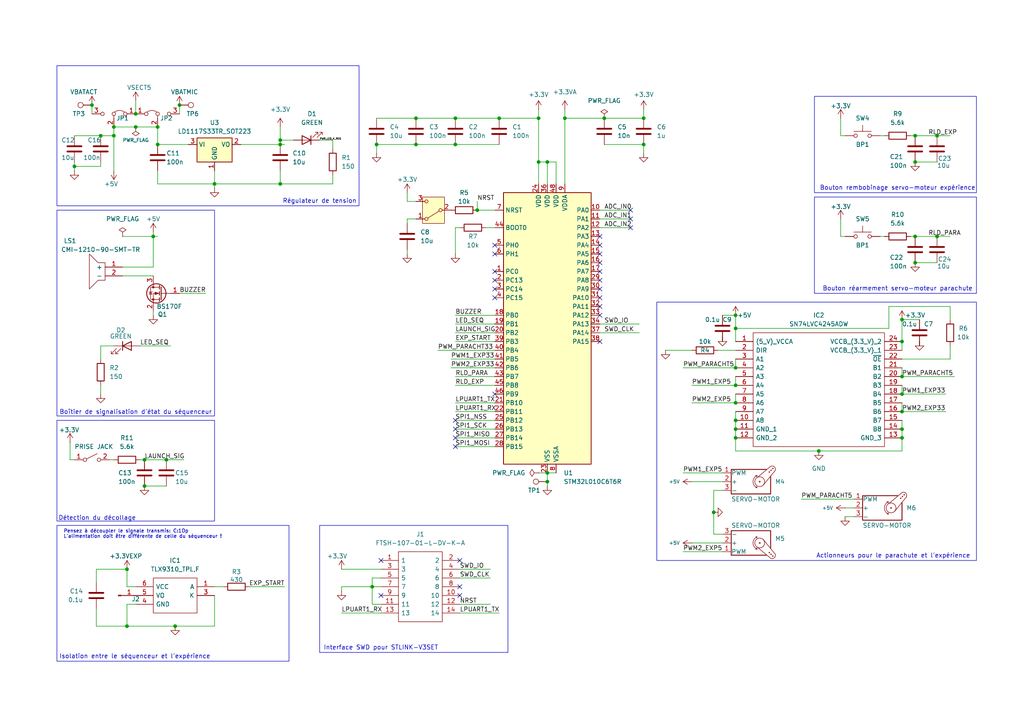
<source format=kicad_sch>
(kicad_sch (version 20231120) (generator "eeschema") (generator_version "8.0")
  (paper "A4")
  (title_block (title "Séquenceur ISABELLE") (date "2025-01-17"))
  (junction (at 120.65 41.91))
  (junction (at 213.36 91.44))
  (junction (at 261.62 119.38))
  (junction (at 52.07 30.48))
  (junction (at 265.43 46.99))
  (junction (at 107.95 170.18))
  (junction (at 44.45 68.58))
  (junction (at 132.08 41.91))
  (junction (at 186.69 41.91))
  (junction (at 213.36 111.76))
  (junction (at 36.83 181.61))
  (junction (at 158.75 46.99))
  (junction (at 156.21 34.29))
  (junction (at 213.36 127))
  (junction (at 175.26 34.29))
  (junction (at 81.28 53.34))
  (junction (at 120.65 34.29))
  (junction (at 41.91 133.35))
  (junction (at 81.28 40.64))
  (junction (at 213.36 124.46))
  (junction (at 213.36 106.68))
  (junction (at 33.02 39.37))
  (junction (at 138.43 60.96))
  (junction (at 29.21 39.37))
  (junction (at 186.69 34.29))
  (junction (at 265.43 68.58))
  (junction (at 261.62 109.22))
  (junction (at 261.62 99.06))
  (junction (at 45.72 41.91))
  (junction (at 45.72 36.83))
  (junction (at 62.23 53.34))
  (junction (at 132.08 34.29))
  (junction (at 163.83 34.29))
  (junction (at 156.21 46.99))
  (junction (at 261.62 92.71))
  (junction (at 26.67 30.48))
  (junction (at 261.62 124.46))
  (junction (at 39.37 36.83))
  (junction (at 36.83 165.1))
  (junction (at 261.62 114.3))
  (junction (at 271.78 39.37))
  (junction (at 48.26 133.35))
  (junction (at 158.75 137.16))
  (junction (at 39.37 33.02))
  (junction (at 237.49 130.81))
  (junction (at 265.43 39.37))
  (junction (at 265.43 76.2))
  (junction (at 33.02 36.83))
  (junction (at 41.91 140.97))
  (junction (at 213.36 116.84))
  (junction (at 213.36 95.25))
  (junction (at 271.78 68.58))
  (junction (at 50.8 181.61))
  (junction (at 109.22 41.91))
  (junction (at 21.59 48.26))
  (junction (at 144.78 34.29))
  (junction (at 207.01 148.59))
  (junction (at 158.75 139.7))
  (junction (at 213.36 121.92))
  (junction (at 81.28 41.91))
  (junction (at 261.62 127))
  (no_connect (at 173.99 68.58))
  (no_connect (at 132.08 127))
  (no_connect (at 173.99 99.06))
  (no_connect (at 182.88 66.04))
  (no_connect (at 133.35 162.56))
  (no_connect (at 133.35 172.72))
  (no_connect (at 182.88 60.96))
  (no_connect (at 132.08 121.92))
  (no_connect (at 133.35 170.18))
  (no_connect (at 132.08 124.46))
  (no_connect (at 173.99 86.36))
  (no_connect (at 173.99 71.12))
  (no_connect (at 143.51 114.3))
  (no_connect (at 173.99 91.44))
  (no_connect (at 173.99 78.74))
  (no_connect (at 143.51 78.74))
  (no_connect (at 110.49 162.56))
  (no_connect (at 143.51 86.36))
  (no_connect (at 182.88 63.5))
  (no_connect (at 173.99 81.28))
  (no_connect (at 143.51 83.82))
  (no_connect (at 173.99 73.66))
  (no_connect (at 143.51 73.66))
  (no_connect (at 143.51 71.12))
  (no_connect (at 173.99 83.82))
  (no_connect (at 173.99 76.2))
  (no_connect (at 132.08 129.54))
  (no_connect (at 143.51 81.28))
  (no_connect (at 110.49 172.72))
  (no_connect (at 173.99 88.9))
  (wire (pts (xy 81.28 40.64) (xy 85.09 40.64)))
  (wire (pts (xy 132.08 124.46) (xy 143.51 124.46)))
  (wire (pts (xy 45.72 49.53) (xy 45.72 53.34)))
  (wire (pts (xy 39.37 36.83) (xy 33.02 36.83)))
  (wire (pts (xy 207.01 148.59) (xy 207.01 154.94)))
  (wire (pts (xy 29.21 111.76) (xy 29.21 114.3)))
  (wire (pts (xy 163.83 34.29) (xy 163.83 53.34)))
  (wire (pts (xy 127 101.6) (xy 143.51 101.6)))
  (wire (pts (xy 193.04 101.6) (xy 200.66 101.6)))
  (wire (pts (xy 261.62 127) (xy 261.62 124.46)))
  (wire (pts (xy 36.83 165.1) (xy 36.83 170.18)))
  (wire (pts (xy 161.29 46.99) (xy 158.75 46.99)))
  (wire (pts (xy 132.08 66.04) (xy 133.35 66.04)))
  (wire (pts (xy 261.62 130.81) (xy 261.62 127)))
  (wire (pts (xy 132.08 127) (xy 143.51 127)))
  (wire (pts (xy 264.16 68.58) (xy 265.43 68.58)))
  (wire (pts (xy 198.12 160.02) (xy 209.55 160.02)))
  (wire (pts (xy 133.35 175.26) (xy 142.24 175.26)))
  (wire (pts (xy 255.27 39.37) (xy 256.54 39.37)))
  (wire (pts (xy 29.21 104.14) (xy 29.21 100.33)))
  (wire (pts (xy 62.23 170.18) (xy 64.77 170.18)))
  (wire (pts (xy 132.08 96.52) (xy 143.51 96.52)))
  (wire (pts (xy 140.97 66.04) (xy 143.51 66.04)))
  (wire (pts (xy 144.78 41.91) (xy 132.08 41.91)))
  (wire (pts (xy 243.84 34.29) (xy 243.84 39.37)))
  (wire (pts (xy 213.36 116.84) (xy 213.36 114.3)))
  (wire (pts (xy 213.36 119.38) (xy 213.36 121.92)))
  (wire (pts (xy 213.36 95.25) (xy 213.36 99.06)))
  (wire (pts (xy 161.29 46.99) (xy 161.29 53.34)))
  (wire (pts (xy 138.43 60.96) (xy 143.51 60.96)))
  (wire (pts (xy 133.35 165.1) (xy 142.24 165.1)))
  (wire (pts (xy 110.49 177.8) (xy 99.06 177.8)))
  (wire (pts (xy 156.21 34.29) (xy 144.78 34.29)))
  (wire (pts (xy 163.83 31.75) (xy 163.83 34.29)))
  (wire (pts (xy 186.69 31.75) (xy 186.69 34.29)))
  (wire (pts (xy 264.16 39.37) (xy 265.43 39.37)))
  (wire (pts (xy 29.21 46.99) (xy 29.21 48.26)))
  (wire (pts (xy 118.11 63.5) (xy 120.65 63.5)))
  (wire (pts (xy 132.08 66.04) (xy 132.08 73.66)))
  (wire (pts (xy 173.99 60.96) (xy 182.88 60.96)))
  (wire (pts (xy 107.95 175.26) (xy 107.95 170.18)))
  (wire (pts (xy 209.55 91.44) (xy 213.36 91.44)))
  (wire (pts (xy 158.75 140.97) (xy 158.75 139.7)))
  (wire (pts (xy 29.21 100.33) (xy 33.02 100.33)))
  (wire (pts (xy 29.21 48.26) (xy 21.59 48.26)))
  (wire (pts (xy 99.06 170.18) (xy 99.06 171.45)))
  (wire (pts (xy 257.81 88.9) (xy 275.59 88.9)))
  (wire (pts (xy 110.49 170.18) (xy 107.95 170.18)))
  (wire (pts (xy 265.43 46.99) (xy 271.78 46.99)))
  (wire (pts (xy 54.61 41.91) (xy 45.72 41.91)))
  (wire (pts (xy 62.23 49.53) (xy 62.23 53.34)))
  (wire (pts (xy 27.94 165.1) (xy 36.83 165.1)))
  (wire (pts (xy 20.32 133.35) (xy 20.32 128.27)))
  (wire (pts (xy 39.37 175.26) (xy 36.83 175.26)))
  (wire (pts (xy 133.35 167.64) (xy 142.24 167.64)))
  (wire (pts (xy 118.11 58.42) (xy 120.65 58.42)))
  (wire (pts (xy 109.22 44.45) (xy 109.22 41.91)))
  (wire (pts (xy 245.11 149.86) (xy 247.65 149.86)))
  (wire (pts (xy 271.78 39.37) (xy 275.59 39.37)))
  (wire (pts (xy 62.23 181.61) (xy 50.8 181.61)))
  (wire (pts (xy 69.85 41.91) (xy 81.28 41.91)))
  (wire (pts (xy 110.49 167.64) (xy 107.95 167.64)))
  (wire (pts (xy 158.75 46.99) (xy 158.75 53.34)))
  (wire (pts (xy 110.49 175.26) (xy 107.95 175.26)))
  (wire (pts (xy 275.59 92.71) (xy 275.59 88.9)))
  (wire (pts (xy 200.66 139.7) (xy 209.55 139.7)))
  (wire (pts (xy 44.45 91.44) (xy 44.45 90.17)))
  (wire (pts (xy 120.65 34.29) (xy 109.22 34.29)))
  (wire (pts (xy 245.11 39.37) (xy 243.84 39.37)))
  (wire (pts (xy 82.55 41.91) (xy 81.28 41.91)))
  (wire (pts (xy 21.59 46.99) (xy 21.59 48.26)))
  (wire (pts (xy 261.62 124.46) (xy 261.62 121.92)))
  (wire (pts (xy 52.07 85.09) (xy 59.69 85.09)))
  (wire (pts (xy 213.36 106.68) (xy 213.36 104.14)))
  (wire (pts (xy 200.66 157.48) (xy 209.55 157.48)))
  (wire (pts (xy 81.28 36.83) (xy 81.28 40.64)))
  (wire (pts (xy 209.55 97.79) (xy 209.55 99.06)))
  (wire (pts (xy 243.84 63.5) (xy 243.84 68.58)))
  (wire (pts (xy 261.62 109.22) (xy 261.62 106.68)))
  (wire (pts (xy 158.75 137.16) (xy 161.29 137.16)))
  (wire (pts (xy 213.36 130.81) (xy 237.49 130.81)))
  (wire (pts (xy 41.91 133.35) (xy 40.64 133.35)))
  (wire (pts (xy 213.36 91.44) (xy 213.36 95.25)))
  (wire (pts (xy 20.32 133.35) (xy 21.59 133.35)))
  (wire (pts (xy 261.62 114.3) (xy 261.62 111.76)))
  (wire (pts (xy 21.59 39.37) (xy 29.21 39.37)))
  (wire (pts (xy 35.56 80.01) (xy 44.45 80.01)))
  (wire (pts (xy 261.62 114.3) (xy 274.32 114.3)))
  (wire (pts (xy 45.72 53.34) (xy 62.23 53.34)))
  (wire (pts (xy 44.45 67.31) (xy 44.45 68.58)))
  (wire (pts (xy 156.21 31.75) (xy 156.21 34.29)))
  (wire (pts (xy 261.62 119.38) (xy 274.32 119.38)))
  (wire (pts (xy 40.64 100.33) (xy 49.53 100.33)))
  (wire (pts (xy 213.36 121.92) (xy 213.36 124.46)))
  (wire (pts (xy 213.36 127) (xy 213.36 130.81)))
  (wire (pts (xy 257.81 95.25) (xy 257.81 88.9)))
  (wire (pts (xy 138.43 58.42) (xy 138.43 60.96)))
  (wire (pts (xy 186.69 44.45) (xy 186.69 41.91)))
  (wire (pts (xy 265.43 76.2) (xy 271.78 76.2)))
  (wire (pts (xy 132.08 41.91) (xy 120.65 41.91)))
  (wire (pts (xy 27.94 176.53) (xy 27.94 181.61)))
  (wire (pts (xy 173.99 63.5) (xy 182.88 63.5)))
  (wire (pts (xy 27.94 181.61) (xy 36.83 181.61)))
  (wire (pts (xy 275.59 104.14) (xy 275.59 100.33)))
  (wire (pts (xy 62.23 172.72) (xy 62.23 181.61)))
  (wire (pts (xy 266.7 99.06) (xy 266.7 100.33)))
  (wire (pts (xy 26.67 30.48) (xy 26.67 33.02)))
  (wire (pts (xy 173.99 66.04) (xy 182.88 66.04)))
  (wire (pts (xy 99.06 165.1) (xy 110.49 165.1)))
  (wire (pts (xy 143.51 109.22) (xy 132.08 109.22)))
  (wire (pts (xy 265.43 39.37) (xy 271.78 39.37)))
  (wire (pts (xy 173.99 93.98) (xy 185.42 93.98)))
  (wire (pts (xy 232.41 144.78) (xy 247.65 144.78)))
  (wire (pts (xy 156.21 34.29) (xy 156.21 46.99)))
  (wire (pts (xy 118.11 63.5) (xy 118.11 64.77)))
  (wire (pts (xy 82.55 170.18) (xy 72.39 170.18)))
  (wire (pts (xy 261.62 92.71) (xy 261.62 99.06)))
  (wire (pts (xy 207.01 142.24) (xy 209.55 142.24)))
  (wire (pts (xy 207.01 142.24) (xy 207.01 148.59)))
  (wire (pts (xy 132.08 129.54) (xy 143.51 129.54)))
  (wire (pts (xy 45.72 36.83) (xy 45.72 41.91)))
  (wire (pts (xy 52.07 30.48) (xy 52.07 33.02)))
  (wire (pts (xy 107.95 167.64) (xy 107.95 170.18)))
  (wire (pts (xy 39.37 170.18) (xy 36.83 170.18)))
  (wire (pts (xy 81.28 40.64) (xy 81.28 41.91)))
  (wire (pts (xy 175.26 34.29) (xy 186.69 34.29)))
  (wire (pts (xy 130.81 104.14) (xy 143.51 104.14)))
  (wire (pts (xy 200.66 116.84) (xy 213.36 116.84)))
  (wire (pts (xy 120.65 41.91) (xy 109.22 41.91)))
  (wire (pts (xy 198.12 106.68) (xy 213.36 106.68)))
  (wire (pts (xy 81.28 53.34) (xy 96.52 53.34)))
  (wire (pts (xy 237.49 130.81) (xy 261.62 130.81)))
  (wire (pts (xy 261.62 101.6) (xy 261.62 99.06)))
  (wire (pts (xy 143.51 111.76) (xy 132.08 111.76)))
  (wire (pts (xy 41.91 140.97) (xy 48.26 140.97)))
  (wire (pts (xy 261.62 119.38) (xy 261.62 116.84)))
  (wire (pts (xy 213.36 111.76) (xy 213.36 109.22)))
  (wire (pts (xy 245.11 68.58) (xy 243.84 68.58)))
  (wire (pts (xy 207.01 154.94) (xy 209.55 154.94)))
  (wire (pts (xy 118.11 72.39) (xy 118.11 73.66)))
  (wire (pts (xy 36.83 175.26) (xy 36.83 181.61)))
  (wire (pts (xy 62.23 53.34) (xy 81.28 53.34)))
  (wire (pts (xy 132.08 34.29) (xy 120.65 34.29)))
  (wire (pts (xy 132.08 91.44) (xy 143.51 91.44)))
  (wire (pts (xy 107.95 170.18) (xy 99.06 170.18)))
  (wire (pts (xy 156.21 46.99) (xy 156.21 53.34)))
  (wire (pts (xy 33.02 39.37) (xy 33.02 49.53)))
  (wire (pts (xy 81.28 49.53) (xy 81.28 53.34)))
  (wire (pts (xy 27.94 168.91) (xy 27.94 165.1)))
  (wire (pts (xy 45.72 68.58) (xy 44.45 68.58)))
  (wire (pts (xy 118.11 55.88) (xy 118.11 58.42)))
  (wire (pts (xy 173.99 96.52) (xy 185.42 96.52)))
  (wire (pts (xy 158.75 137.16) (xy 158.75 139.7)))
  (wire (pts (xy 143.51 119.38) (xy 132.08 119.38)))
  (wire (pts (xy 266.7 92.71) (xy 261.62 92.71)))
  (wire (pts (xy 213.36 101.6) (xy 208.28 101.6)))
  (wire (pts (xy 275.59 104.14) (xy 261.62 104.14)))
  (wire (pts (xy 96.52 53.34) (xy 96.52 50.8)))
  (wire (pts (xy 245.11 147.32) (xy 247.65 147.32)))
  (wire (pts (xy 29.21 39.37) (xy 33.02 39.37)))
  (wire (pts (xy 200.66 111.76) (xy 213.36 111.76)))
  (wire (pts (xy 39.37 29.21) (xy 39.37 33.02)))
  (wire (pts (xy 44.45 68.58) (xy 44.45 77.47)))
  (wire (pts (xy 175.26 41.91) (xy 186.69 41.91)))
  (wire (pts (xy 156.21 137.16) (xy 158.75 137.16)))
  (wire (pts (xy 143.51 116.84) (xy 132.08 116.84)))
  (wire (pts (xy 271.78 68.58) (xy 275.59 68.58)))
  (wire (pts (xy 48.26 133.35) (xy 53.34 133.35)))
  (wire (pts (xy 255.27 68.58) (xy 256.54 68.58)))
  (wire (pts (xy 133.35 177.8) (xy 144.78 177.8)))
  (wire (pts (xy 92.71 40.64) (xy 96.52 40.64)))
  (wire (pts (xy 158.75 46.99) (xy 156.21 46.99)))
  (wire (pts (xy 132.08 93.98) (xy 143.51 93.98)))
  (wire (pts (xy 35.56 68.58) (xy 44.45 68.58)))
  (wire (pts (xy 130.81 106.68) (xy 143.51 106.68)))
  (wire (pts (xy 163.83 34.29) (xy 175.26 34.29)))
  (wire (pts (xy 265.43 68.58) (xy 271.78 68.58)))
  (wire (pts (xy 33.02 133.35) (xy 31.75 133.35)))
  (wire (pts (xy 96.52 40.64) (xy 96.52 43.18)))
  (wire (pts (xy 213.36 95.25) (xy 257.81 95.25)))
  (wire (pts (xy 33.02 36.83) (xy 33.02 39.37)))
  (wire (pts (xy 213.36 124.46) (xy 213.36 127)))
  (wire (pts (xy 62.23 53.34) (xy 62.23 54.61)))
  (wire (pts (xy 198.12 137.16) (xy 209.55 137.16)))
  (wire (pts (xy 261.62 109.22) (xy 276.86 109.22)))
  (wire (pts (xy 132.08 99.06) (xy 143.51 99.06)))
  (wire (pts (xy 35.56 77.47) (xy 44.45 77.47)))
  (wire (pts (xy 36.83 181.61) (xy 50.8 181.61)))
  (wire (pts (xy 21.59 48.26) (xy 21.59 49.53)))
  (wire (pts (xy 132.08 121.92) (xy 143.51 121.92)))
  (wire (pts (xy 39.37 36.83) (xy 45.72 36.83)))
  (wire (pts (xy 144.78 34.29) (xy 132.08 34.29)))
  (wire (pts (xy 41.91 133.35) (xy 48.26 133.35)))
  (rectangle (start 16.51 121.92) (end 62.23 151.13))
  (rectangle (start 236.22 57.15) (end 283.21 85.09))
  (rectangle (start 92.71 152.4) (end 147.32 189.23))
  (rectangle (start 190.5 87.63) (end 283.21 162.56))
  (rectangle (start 16.51 152.4) (end 83.82 191.77))
  (rectangle (start 16.51 60.96) (end 62.23 120.65))
  (rectangle (start 236.22 27.94) (end 283.21 55.88))
  (rectangle (start 16.51 19.05) (end 104.14 59.69))
  (text "Régulateur de tension" (at 92.71 58.42 0) (effects (font (size 1.27 1.27))))
  (text "Actionneurs pour le parachute et l'expérience\n" (at 259.08 161.29 0) (effects (font (size 1.27 1.27))))
  (text "Bouton réarmement servo-moteur parachute" (at 260.35 83.82 0) (effects (font (size 1.27 1.27))))
  (text "L'alimentation doit être différente de celle du séquenceur !" (at 41.402 155.702 0) (effects (font (size 1 1))))
  (text "Boîtier de signalisation d'état du séquenceur\n" (at 39.37 119.634 0) (effects (font (size 1.27 1.27))))
  (text "Interface SWD pour STLINK-V3SET\n" (at 110.49 187.96 0) (effects (font (size 1.27 1.27))))
  (text "Détection du décollage" (at 28.194 150.368 0) (effects (font (size 1.27 1.27))))
  (text "Isolation entre le séquenceur et l'expérience" (at 39.116 190.5 0) (effects (font (size 1.27 1.27))))
  (text "Bouton rembobinage servo-moteur expérience" (at 260.35 54.61 0) (effects (font (size 1.27 1.27))))
  (text "Pensez à découpler le signale transmis: C:1Op" (at 36.576 154.178 0) (effects (font (size 1 1))))
  (label "PWM2_EXP5" (at 198.12 160.02 0))
  (label "EXP_START" (at 132.08 99.06 0))
  (label "RLD_PARA" (at 132.08 109.22 0))
  (label "BUZZER" (at 132.08 91.44 0))
  (label "SPI1_SCK" (at 132.08 124.46 0))
  (label "SPI1_NSS" (at 132.08 121.92 0))
  (label "PWM2_EXP33" (at 261.62 119.38 0))
  (label "SWD_CLK" (at 175.26 96.52 0))
  (label "PWM_PARACHT5" (at 232.41 144.78 0))
  (label "LED_SEQ" (at 40.64 100.33 0))
  (label "BUZZER" (at 52.07 85.09 0))
  (label "NRST" (at 133.35 175.26 0))
  (label "SWD_IO" (at 133.35 165.1 0))
  (label "PWM1_EXP5" (at 200.66 111.76 0))
  (label "PWM_PARACHT33" (at 127 101.6 0))
  (label "PWR_LED_K_REG" (at 92.71 40.64 0) (effects (font (size 0.508 0.508))))
  (label "RLD_EXP" (at 132.08 111.76 0))
  (label "LPUART1_RX" (at 132.08 119.38 0))
  (label "LAUNCH_SIG" (at 41.91 133.35 0))
  (label "SWD_CLK" (at 133.35 167.64 0))
  (label "LED_SEQ" (at 132.08 93.98 0))
  (label "PWM1_EXP33" (at 130.81 104.14 0))
  (label "PWM_PARACHT5" (at 261.62 109.22 0))
  (label "RLD_EXP" (at 269.24 39.37 0))
  (label "SPI1_MISO" (at 132.08 127 0))
  (label "PWM2_EXP5" (at 200.66 116.84 0))
  (label "ADC_IN1" (at 175.26 63.5 0))
  (label "PWM_PARACHT5" (at 198.12 106.68 0))
  (label "SWD_IO" (at 175.26 93.98 0))
  (label "PWM2_EXP33" (at 130.81 106.68 0))
  (label "LPUART1_RX" (at 99.06 177.8 0))
  (label "LPUART1_TX" (at 133.35 177.8 0))
  (label "LPUART1_TX" (at 132.08 116.84 0))
  (label "ADC_IN2" (at 175.26 66.04 0))
  (label "ADC_IN0" (at 175.26 60.96 0))
  (label "EXP_START" (at 82.55 170.18 180))
  (label "PWM1_EXP33" (at 261.62 114.3 0))
  (label "PWM1_EXP5" (at 198.12 137.16 0))
  (label "NRST" (at 138.43 58.42 0))
  (label "SPI1_MOSI" (at 132.08 129.54 0))
  (label "RLD_PARA" (at 269.24 68.58 0))
  (label "LAUNCH_SIG" (at 132.08 96.52 0))
  (symbol (lib_id "Motor:Motor_Servo") (at 255.27 147.32 0) (unit 1)
    (property "Reference" "M6" (at 262.89 147.32 0) (effects (justify left)))
    (property "Value" "SERVO-MOTOR" (at 250.19 152.4 0) (effects (justify left)))
    (property "Footprint" "Connector_PinHeader_2.54mm:PinHeader_1x03_P2.54mm_Vertical" (effects (hide yes)))
    (property "Datasheet" "http://forums.parallax.com/uploads/attachments/46831/74481.png" (effects (hide yes)))
    (property "Description" "Servo Motor (Futaba, HiTec, JR connector)" (effects (hide yes)))
  )
  (symbol (lib_id "power:GND") (at 245.11 149.86 0) (unit 1)
    (property "Reference" "#PWR047" (effects (hide yes)))
    (property "Value" "GND" (effects (hide yes)))
    (property "Description" "Power symbol creates a global label with name \"GND\" , ground" (effects (hide yes)))
  )
  (symbol (lib_id "power:GND") (at 62.23 54.61 0) (unit 1)
    (property "Reference" "#PWR012" (effects (hide yes)))
    (property "Value" "GND" (effects (hide yes)))
    (property "Description" "Power symbol creates a global label with name \"GND\" , ground" (effects (hide yes)))
  )
  (symbol (lib_id "Device:C") (at 271.78 43.18 0) (unit 1)
    (property "Reference" "C23" (at 272.034 45.974 0) (effects (justify left)))
    (property "Value" "10u" (at 271.78 48.006 0) (effects (justify left)))
    (property "Footprint" "Capacitor_SMD:C_0805_2012Metric" (effects (hide yes)))
    (property "Description" "Unpolarized capacitor" (effects (hide yes)))
  )
  (symbol (lib_id "power:GND") (at 237.49 130.81 0) (unit 1)
    (property "Reference" "#PWR026" (effects (hide yes)))
    (property "Value" "GND" (at 237.49 135.89 0))
    (property "Description" "Power symbol creates a global label with name \"GND\" , ground" (effects (hide yes)))
  )
  (symbol (lib_id "power:+5V") (at 200.66 157.48 90) (unit 1)
    (property "Reference" "#PWR045" (effects (hide yes)))
    (property "Value" "+5V" (at 195.58 157.48 90) (effects (font (size 1 1))))
    (property "Description" "Power symbol creates a global label with name \"+5V\"" (effects (hide yes)))
  )
  (symbol (lib_id "Device:LED") (at 88.9 40.64 180) (unit 1)
    (property "Reference" "D1" (at 90.4875 33.02 0))
    (property "Value" "GREEN" (at 90.4875 35.56 0))
    (property "Footprint" "LED_SMD:LED_0805_2012Metric" (effects (hide yes)))
    (property "Description" "Light emitting diode" (effects (hide yes)))
  )
  (symbol (lib_id "power:+3.3V") (at 118.11 55.88 0) (unit 1)
    (property "Reference" "#PWR09" (effects (hide yes)))
    (property "Value" "+3.3V" (at 118.11 52.07 0))
    (property "Description" "Power symbol creates a global label with name \"+3.3V\"" (effects (hide yes)))
  )
  (symbol (lib_id "power:PWR_FLAG") (at 156.21 137.16 90) (unit 1)
    (property "Reference" "#FLG03" (effects (hide yes)))
    (property "Value" "PWR_FLAG" (at 152.4 137.1599 90) (effects (justify left)))
    (property "Description" "Special symbol for telling ERC where power comes from" (effects (hide yes)))
  )
  (symbol (lib_id "Device:C") (at 209.55 95.25 0) (unit 1)
    (property "Reference" "C9" (at 209.55 92.71 0) (effects (justify left)))
    (property "Value" "0.1u" (at 204.47 92.71 0) (effects (justify left)))
    (property "Footprint" "Capacitor_SMD:C_0805_2012Metric" (effects (hide yes)))
    (property "Description" "Unpolarized capacitor" (effects (hide yes)))
  )
  (symbol (lib_id "power:+3.3V") (at 20.32 128.27 0) (unit 1)
    (property "Reference" "#PWR018" (effects (hide yes)))
    (property "Value" "+3.3V" (at 20.066 124.714 0))
    (property "Description" "Power symbol creates a global label with name \"+3.3V\"" (effects (hide yes)))
  )
  (symbol (lib_id "Device:LED") (at 36.83 100.33 0) (unit 1)
    (property "Reference" "D2" (at 35.052 95.758 0))
    (property "Value" "GREEN" (at 35.052 97.536 0))
    (property "Footprint" "LED_SMD:LED_0805_2012Metric" (effects (hide yes)))
    (property "Description" "Light emitting diode" (effects (hide yes)))
  )
  (symbol (lib_id "MCU_ST_STM32L0:STM32L010C6Tx") (at 158.75 96.52 0) (unit 1)
    (property "Reference" "U1" (at 163.4841 137.16 0) (effects (justify left)))
    (property "Value" "STM32L010C6T6R" (at 163.4841 139.7 0) (effects (justify left)))
    (property "Footprint" "Package_QFP:LQFP-48_7x7mm_P0.5mm" (effects (hide yes)))
    (property "Datasheet" "https://www.st.com/resource/en/datasheet/stm32l010c6.pdf" (effects (hide yes)))
    (property "Description" "STMicroelectronics Arm Cortex-M0+ MCU, 32KB flash, 8KB RAM, 32 MHz, 1.8-3.6V, 38 GPIO, LQFP48" (effects (hide yes)))
  )
  (symbol (lib_id "Device:C") (at 265.43 43.18 0) (unit 1)
    (property "Reference" "C21" (at 258.064 45.466 0) (effects (justify left)))
    (property "Value" "100n" (at 258.064 48.006 0) (effects (justify left)))
    (property "Footprint" "Capacitor_SMD:C_0805_2012Metric" (effects (hide yes)))
    (property "Description" "Unpolarized capacitor" (effects (hide yes)))
  )
  (symbol (lib_id "Device:C") (at 120.65 38.1 0) (unit 1)
    (property "Reference" "C3" (at 124.46 36.8299 0) (effects (justify left)))
    (property "Value" "100n" (at 124.46 39.3699 0) (effects (justify left)))
    (property "Footprint" "Capacitor_SMD:C_0805_2012Metric" (effects (hide yes)))
    (property "Description" "Unpolarized capacitor" (effects (hide yes)))
  )
  (symbol (lib_id "power:+3.3V") (at 26.67 30.48 0) (unit 1)
    (property "Reference" "#PWR039" (effects (hide yes)))
    (property "Value" "VBATACT" (at 20.32 26.67 0) (effects (justify left)))
    (property "Description" "Power symbol creates a global label with name \"+3.3V\"" (effects (hide yes)))
  )
  (symbol (lib_id "Device:R") (at 36.83 133.35 90) (unit 1)
    (property "Reference" "R11" (at 36.83 127 90))
    (property "Value" "5.6k" (at 36.83 129.54 90))
    (property "Footprint" "Resistor_SMD:R_0805_2012Metric" (effects (hide yes)))
    (property "Description" "Resistor" (effects (hide yes)))
  )
  (symbol (lib_id "power:GND") (at 44.45 91.44 0) (unit 1)
    (property "Reference" "#PWR016" (effects (hide yes)))
    (property "Value" "GND" (effects (hide yes)))
    (property "Description" "Power symbol creates a global label with name \"GND\" , ground" (effects (hide yes)))
  )
  (symbol (lib_id "Device:C") (at 132.08 38.1 0) (unit 1)
    (property "Reference" "C2" (at 135.89 36.8299 0) (effects (justify left)))
    (property "Value" "100n" (at 135.89 39.3699 0) (effects (justify left)))
    (property "Footprint" "Capacitor_SMD:C_0805_2012Metric" (effects (hide yes)))
    (property "Description" "Unpolarized capacitor" (effects (hide yes)))
  )
  (symbol (lib_id "FTSH-107-01-L-DV-K-A:FTSH-107-01-L-DV-K-A") (at 110.49 162.56 0) (unit 1)
    (property "Reference" "J1" (at 121.92 154.94 0))
    (property "Value" "FTSH-107-01-L-DV-K-A" (at 121.92 157.48 0))
    (property "Footprint" "ISA LIB:FTSH-107-XX-YYY-DV-K-A" (effects (hide yes)))
    (property "Datasheet" "http://suddendocs.samtec.com/prints/ftsh-1xx-xx-xxx-dv-xxx-xxx-mkt.pdf" (effects (hide yes)))
    (property "Description" "14 position, High Reliability Header Strips, 0.050&quot; pitch, Dual-Row Vertical" (effects (hide yes)))
    (property "Description_1" "14 position, High Reliability Header Strips, 0.050&quot; pitch, Dual-Row Vertical" (effects (hide yes)))
    (property "Mouser Part Number" "200-FTSH10701LDVKA" (effects (hide yes)))
    (property "Mouser Price/Stock" "https://www.mouser.co.uk/ProductDetail/Samtec/FTSH-107-01-L-DV-K-A?qs=PB6%2FjmICvI3xEHFou4PhNg%3D%3D" (effects (hide yes)))
    (property "Manufacturer_Name" "SAMTEC" (effects (hide yes)))
    (property "Manufacturer_Part_Number" "FTSH-107-01-L-DV-K-A" (effects (hide yes)))
  )
  (symbol (lib_id "Device:C") (at 144.78 38.1 0) (unit 1)
    (property "Reference" "C1" (at 148.59 36.8299 0) (effects (justify left)))
    (property "Value" "100n" (at 148.59 39.3699 0) (effects (justify left)))
    (property "Footprint" "Capacitor_SMD:C_0805_2012Metric" (effects (hide yes)))
    (property "Description" "Unpolarized capacitor" (effects (hide yes)))
  )
  (symbol (lib_id "power:+3.3V") (at 81.28 36.83 0) (unit 1)
    (property "Reference" "#PWR013" (effects (hide yes)))
    (property "Value" "+3.3V" (at 81.28 31.75 0))
    (property "Description" "Power symbol creates a global label with name \"+3.3V\"" (effects (hide yes)))
  )
  (symbol (lib_id "Device:C") (at 118.11 68.58 0) (unit 1)
    (property "Reference" "C8" (at 121.92 67.3099 0) (effects (justify left)))
    (property "Value" "10u" (at 121.92 69.8499 0) (effects (justify left)))
    (property "Footprint" "Capacitor_SMD:C_0805_2012Metric" (effects (hide yes)))
    (property "Description" "Unpolarized capacitor" (effects (hide yes)))
  )
  (symbol (lib_id "power:+3.3V") (at 243.84 34.29 0) (mirror y) (unit 1)
    (property "Reference" "#PWR07" (effects (hide yes)))
    (property "Value" "+3.3V" (at 243.84 30.734 0))
    (property "Description" "Power symbol creates a global label with name \"+3.3V\"" (effects (hide yes)))
  )
  (symbol (lib_id "CMI-1210-90-SMT-TR:CMI-1210-90-SMT-TR") (at 35.56 77.47 0) (mirror y) (unit 1)
    (property "Reference" "LS1" (at 20.32 69.85 0))
    (property "Value" "CMI-1210-90-SMT-TR" (at 29.21 72.39 0))
    (property "Footprint" "ISA LIB:CMI121090SMTTR" (effects (hide yes)))
    (property "Datasheet" "https://www.sameskydevices.com/product/resource/supplyframepdf/cmi-1210-90-smt-tr.pdf" (effects (hide yes)))
    (property "Description" "12.8 mm, 5 Vdc, 90 dB, Surface Mount (SMT), Driving Circuit, Magnetic Audio Indicator Buzzer" (effects (hide yes)))
    (property "Description_1" "12.8 mm, 5 Vdc, 90 dB, Surface Mount (SMT), Driving Circuit, Magnetic Audio Indicator Buzzer" (effects (hide yes)))
    (property "Height" "10.3" (effects (hide yes)))
    (property "Mouser Part Number" "490-CMI-1210-90SMTTR" (effects (hide yes)))
    (property "Mouser Price/Stock" "https://www.mouser.co.uk/ProductDetail/CUI-Devices/CMI-1210-90-SMT-TR?qs=P1JMDcb91o7BNpha6IpZxw%3D%3D" (effects (hide yes)))
    (property "Manufacturer_Name" "Same Sky" (effects (hide yes)))
    (property "Manufacturer_Part_Number" "CMI-1210-90-SMT-TR" (effects (hide yes)))
  )
  (symbol (lib_id "power:+3.3V") (at 186.69 31.75 0) (unit 1)
    (property "Reference" "#PWR05" (effects (hide yes)))
    (property "Value" "+3.3V" (at 186.69 27.432 0))
    (property "Description" "Power symbol creates a global label with name \"+3.3V\"" (effects (hide yes)))
  )
  (symbol (lib_id "Device:C") (at 48.26 137.16 0) (unit 1)
    (property "Reference" "C15" (at 50.8 137.16 0) (effects (justify left)))
    (property "Value" "10u" (at 50.8 139.7 0) (effects (justify left)))
    (property "Footprint" "Capacitor_SMD:C_0805_2012Metric" (effects (hide yes)))
    (property "Description" "Unpolarized capacitor" (effects (hide yes)))
  )
  (symbol (lib_id "Switch:SW_SPST") (at 26.67 133.35 0) (unit 1)
    (property "Reference" "SW1" (effects (hide yes)))
    (property "Value" "PRISE JACK" (at 21.59 129.54 0) (effects (justify left)))
    (property "Description" "Single Pole Single Throw (SPST) switch" (effects (hide yes)))
  )
  (symbol (lib_id "power:GND") (at 21.59 49.53 0) (unit 1)
    (property "Reference" "#PWR041" (effects (hide yes)))
    (property "Value" "GND" (effects (hide yes)))
    (property "Description" "Power symbol creates a global label with name \"GND\" , ground" (effects (hide yes)))
  )
  (symbol (lib_id "Transistor_FET:BS170F") (at 46.99 85.09 0) (mirror y) (unit 1)
    (property "Reference" "Q1" (at 48.514 91.186 0) (effects (justify left)))
    (property "Value" "BS170F" (at 52.832 88.9 0) (effects (justify left)))
    (property "Footprint" "Package_TO_SOT_SMD:SOT-23" (effects (hide yes)))
    (property "Datasheet" "http://www.diodes.com/assets/Datasheets/BS170F.pdf" (effects (hide yes)))
    (property "Description" "0.15A Id, 60V Vds, N-Channel MOSFET, SOT-23" (effects (hide yes)))
  )
  (symbol (lib_id "Device:R") (at 260.35 68.58 90) (unit 1)
    (property "Reference" "R10" (at 260.35 62.23 90))
    (property "Value" "5.6k" (at 260.35 64.77 90))
    (property "Footprint" "Resistor_SMD:R_0805_2012Metric" (effects (hide yes)))
    (property "Description" "Resistor" (effects (hide yes)))
  )
  (symbol (lib_id "power:GND") (at 50.8 181.61 0) (mirror y) (unit 1)
    (property "Reference" "#PWR020" (effects (hide yes)))
    (property "Value" "GND" (effects (hide yes)))
    (property "Description" "Power symbol creates a global label with name \"GND\" , ground" (effects (hide yes)))
  )
  (symbol (lib_id "Connector:TestPoint") (at 52.07 30.48 270) (unit 1)
    (property "Reference" "TP6" (at 55.88 33.02 90))
    (property "Value" "TestPoint" (effects (hide yes)))
    (property "Footprint" "TestPoint:TestPoint_Pad_D3.0mm" (effects (hide yes)))
    (property "Description" "test point" (effects (hide yes)))
  )
  (symbol (lib_id "power:PWR_FLAG") (at 175.26 34.29 0) (unit 1)
    (property "Reference" "#FLG01" (effects (hide yes)))
    (property "Value" "PWR_FLAG" (at 175.26 29.21 0))
    (property "Description" "Special symbol for telling ERC where power comes from" (effects (hide yes)))
  )
  (symbol (lib_id "power:+3.3V") (at 33.02 49.53 180) (unit 1)
    (property "Reference" "#PWR040" (effects (hide yes)))
    (property "Value" "+5V" (at 34.29 53.34 0) (effects (justify left)))
    (property "Description" "Power symbol creates a global label with name \"+3.3V\"" (effects (hide yes)))
  )
  (symbol (lib_id "power:GND") (at 29.21 114.3 0) (unit 1)
    (property "Reference" "#PWR017" (effects (hide yes)))
    (property "Value" "GND" (effects (hide yes)))
    (property "Description" "Power symbol creates a global label with name \"GND\" , ground" (effects (hide yes)))
  )
  (symbol (lib_id "Device:C") (at 265.43 72.39 0) (unit 1)
    (property "Reference" "C22" (at 258.064 74.676 0) (effects (justify left)))
    (property "Value" "100n" (at 258.064 77.216 0) (effects (justify left)))
    (property "Footprint" "Capacitor_SMD:C_0805_2012Metric" (effects (hide yes)))
    (property "Description" "Unpolarized capacitor" (effects (hide yes)))
  )
  (symbol (lib_id "Device:R") (at 68.58 170.18 270) (mirror x) (unit 1)
    (property "Reference" "R3" (at 68.58 165.862 90))
    (property "Value" "430" (at 68.58 168.148 90))
    (property "Footprint" "Resistor_SMD:R_0805_2012Metric" (effects (hide yes)))
    (property "Description" "Resistor" (effects (hide yes)))
  )
  (symbol (lib_id "Device:C") (at 27.94 172.72 0) (mirror y) (unit 1)
    (property "Reference" "C14" (at 24.13 171.4499 0) (effects (justify left)))
    (property "Value" "0.1u" (at 24.13 173.9899 0) (effects (justify left)))
    (property "Footprint" "Capacitor_SMD:C_0805_2012Metric" (effects (hide yes)))
    (property "Description" "Unpolarized capacitor" (effects (hide yes)))
  )
  (symbol (lib_id "Device:C") (at 186.69 38.1 0) (unit 1)
    (property "Reference" "C6" (at 190.5 36.8299 0) (effects (justify left)))
    (property "Value" "1u" (at 190.5 39.3699 0) (effects (justify left)))
    (property "Footprint" "Capacitor_SMD:C_0805_2012Metric" (effects (hide yes)))
    (property "Description" "Unpolarized capacitor" (effects (hide yes)))
  )
  (symbol (lib_id "Jumper:Jumper_3_Bridged12") (at 33.02 33.02 0) (mirror y) (unit 1) (exclude_from_sim yes) (in_bom no)
    (property "Reference" "JP1" (at 35.56 34.29 0))
    (property "Value" "Jumper_3_Bridged12" (effects (hide yes)))
    (property "Footprint" "Jumper:SolderJumper-3_P1.3mm_Open_Pad1.0x1.5mm_NumberLabels" (effects (hide yes)))
    (property "Description" "Jumper, 3-pole, pins 1+2 closed/bridged" (effects (hide yes)))
  )
  (symbol (lib_id "power:GND") (at 158.75 140.97 0) (unit 1)
    (property "Reference" "#PWR01" (effects (hide yes)))
    (property "Value" "GND" (effects (hide yes)))
    (property "Description" "Power symbol creates a global label with name \"GND\" , ground" (effects (hide yes)))
  )
  (symbol (lib_id "Switch:SW_Push") (at 250.19 68.58 0) (unit 1)
    (property "Reference" "SW5" (at 250.19 63.5 0))
    (property "Value" "BP1" (at 250.19 71.12 0))
    (property "Description" "Push button switch, generic, two pins" (effects (hide yes)))
  )
  (symbol (lib_id "power:+3.3VA") (at 163.83 31.75 0) (unit 1)
    (property "Reference" "#PWR04" (effects (hide yes)))
    (property "Value" "+3.3VA" (at 163.83 26.67 0))
    (property "Description" "Power symbol creates a global label with name \"+3.3VA\"" (effects (hide yes)))
  )
  (symbol (lib_id "Device:R") (at 275.59 96.52 180) (unit 1)
    (property "Reference" "R6" (at 279.4 95.25 0))
    (property "Value" "10k" (at 279.4 97.79 0))
    (property "Footprint" "Resistor_SMD:R_0805_2012Metric" (effects (hide yes)))
    (property "Description" "Resistor" (effects (hide yes)))
  )
  (symbol (lib_id "power:GND") (at 209.55 97.79 0) (unit 1)
    (property "Reference" "#PWR042" (effects (hide yes)))
    (property "Value" "GND" (effects (hide yes)))
    (property "Description" "Power symbol creates a global label with name \"GND\" , ground" (effects (hide yes)))
  )
  (symbol (lib_id "power:GND") (at 265.43 46.99 0) (unit 1)
    (property "Reference" "#PWR025" (effects (hide yes)))
    (property "Value" "GND" (effects (hide yes)))
    (property "Description" "Power symbol creates a global label with name \"GND\" , ground" (effects (hide yes)))
  )
  (symbol (lib_id "power:+3.3V") (at 39.37 29.21 0) (unit 1)
    (property "Reference" "#PWR030" (effects (hide yes)))
    (property "Value" "VSECT5" (at 36.83 25.4 0) (effects (justify left)))
    (property "Description" "Power symbol creates a global label with name \"+3.3V\"" (effects (hide yes)))
  )
  (symbol (lib_id "power:GND") (at 186.69 44.45 0) (unit 1)
    (property "Reference" "#PWR06" (effects (hide yes)))
    (property "Value" "GND" (effects (hide yes)))
    (property "Description" "Power symbol creates a global label with name \"GND\" , ground" (effects (hide yes)))
  )
  (symbol (lib_id "power:GND") (at 41.91 140.97 0) (unit 1)
    (property "Reference" "#PWR019" (effects (hide yes)))
    (property "Value" "GND" (effects (hide yes)))
    (property "Description" "Power symbol creates a global label with name \"GND\" , ground" (effects (hide yes)))
  )
  (symbol (lib_id "power:PWR_FLAG") (at 35.56 68.58 0) (unit 1)
    (property "Reference" "#FLG02" (effects (hide yes)))
    (property "Value" "PWR_FLAG" (at 35.56 63.5 0))
    (property "Description" "Special symbol for telling ERC where power comes from" (effects (hide yes)))
  )
  (symbol (lib_id "power:+5V") (at 200.66 139.7 90) (unit 1)
    (property "Reference" "#PWR043" (effects (hide yes)))
    (property "Value" "+5V" (at 195.58 139.7 90) (effects (font (size 1 1))))
    (property "Description" "Power symbol creates a global label with name \"+5V\"" (effects (hide yes)))
  )
  (symbol (lib_id "Device:R") (at 260.35 39.37 90) (unit 1)
    (property "Reference" "R9" (at 260.35 33.02 90))
    (property "Value" "5.6k" (at 260.35 35.56 90))
    (property "Footprint" "Resistor_SMD:R_0805_2012Metric" (effects (hide yes)))
    (property "Description" "Resistor" (effects (hide yes)))
  )
  (symbol (lib_id "Device:R") (at 204.47 101.6 90) (unit 1)
    (property "Reference" "R4" (at 204.47 101.6 90))
    (property "Value" "10k" (at 204.47 99.06 90))
    (property "Footprint" "Resistor_SMD:R_0805_2012Metric" (effects (hide yes)))
    (property "Description" "Resistor" (effects (hide yes)))
  )
  (symbol (lib_id "power:GND") (at 193.04 101.6 0) (unit 1)
    (property "Reference" "#PWR027" (effects (hide yes)))
    (property "Value" "GND" (effects (hide yes)))
    (property "Description" "Power symbol creates a global label with name \"GND\" , ground" (effects (hide yes)))
  )
  (symbol (lib_id "Connector:TestPoint") (at 26.67 30.48 90) (unit 1)
    (property "Reference" "TP3" (at 22.86 33.02 90))
    (property "Value" "TestPoint" (effects (hide yes)))
    (property "Footprint" "TestPoint:TestPoint_Pad_D3.0mm" (effects (hide yes)))
    (property "Description" "test point" (effects (hide yes)))
  )
  (symbol (lib_id "Device:C") (at 175.26 38.1 0) (unit 1)
    (property "Reference" "C5" (at 179.07 36.8299 0) (effects (justify left)))
    (property "Value" "10n" (at 179.07 39.3699 0) (effects (justify left)))
    (property "Footprint" "Capacitor_SMD:C_0805_2012Metric" (effects (hide yes)))
    (property "Description" "Unpolarized capacitor" (effects (hide yes)))
  )
  (symbol (lib_id "Device:C") (at 45.72 45.72 0) (unit 1)
    (property "Reference" "C11" (at 48.26 44.45 0) (effects (justify left)))
    (property "Value" "100n" (at 48.26 46.99 0) (effects (justify left)))
    (property "Footprint" "Capacitor_SMD:C_0805_2012Metric" (effects (hide yes)))
    (property "Description" "Unpolarized capacitor" (effects (hide yes)))
  )
  (symbol (lib_id "Jumper:Jumper_3_Bridged12") (at 45.72 33.02 0) (unit 1) (exclude_from_sim yes) (in_bom no)
    (property "Reference" "JP2" (at 48.26 34.29 0))
    (property "Value" "Jumper_3_Bridged12" (effects (hide yes)))
    (property "Footprint" "Jumper:SolderJumper-3_P1.3mm_Open_Pad1.0x1.5mm_NumberLabels" (effects (hide yes)))
    (property "Description" "Jumper, 3-pole, pins 1+2 closed/bridged" (effects (hide yes)))
  )
  (symbol (lib_id "TLX9310_TPL_F:TLX9310_TPL,F") (at 62.23 170.18 0) (mirror y) (unit 1)
    (property "Reference" "IC1" (at 50.8 162.56 0))
    (property "Value" "TLX9310_TPL,F" (at 50.8 165.1 0))
    (property "Footprint" "ISA LIB:TLX9310" (effects (hide yes)))
    (property "Datasheet" "https://toshiba.semicon-storage.com/info/docget.jsp?did=55766&prodName=TLX9310" (effects (hide yes)))
    (property "Description" "IC COUPLER; 5-PIN SO6; AECQ; ROH" (effects (hide yes)))
    (property "Description_1" "IC COUPLER; 5-PIN SO6; AECQ; ROH" (effects (hide yes)))
    (property "Height" "2.2" (effects (hide yes)))
    (property "Mouser Part Number" "757-TLX9310TPLF" (effects (hide yes)))
    (property "Mouser Price/Stock" "https://www.mouser.co.uk/ProductDetail/Toshiba/TLX9310TPLF?qs=YwPsRIUVAOciEL3qRhtbbw%3D%3D" (effects (hide yes)))
    (property "Manufacturer_Name" "Toshiba" (effects (hide yes)))
    (property "Manufacturer_Part_Number" "TLX9310(TPL,F" (effects (hide yes)))
  )
  (symbol (lib_id "Connector:TestPoint") (at 158.75 139.7 90) (unit 1)
    (property "Reference" "TP1" (at 154.94 142.24 90))
    (property "Value" "TestPoint" (effects (hide yes)))
    (property "Footprint" "TestPoint:TestPoint_Pad_D3.0mm" (effects (hide yes)))
    (property "Description" "test point" (effects (hide yes)))
  )
  (symbol (lib_id "Device:R") (at 96.52 46.99 0) (unit 1)
    (property "Reference" "R1" (at 99.06 45.7199 0) (effects (justify left)))
    (property "Value" "150" (at 99.06 48.2599 0) (effects (justify left)))
    (property "Footprint" "Resistor_SMD:R_0805_2012Metric" (effects (hide yes)))
    (property "Description" "Resistor" (effects (hide yes)))
  )
  (symbol (lib_id "Device:R") (at 137.16 66.04 90) (unit 1)
    (property "Reference" "R7" (at 137.16 68.58 90))
    (property "Value" "10k" (at 137.16 71.12 90))
    (property "Footprint" "Resistor_SMD:R_0805_2012Metric" (effects (hide yes)))
    (property "Description" "Resistor" (effects (hide yes)))
  )
  (symbol (lib_id "power:+3.3V") (at 243.84 63.5 0) (mirror y) (unit 1)
    (property "Reference" "#PWR028" (effects (hide yes)))
    (property "Value" "+3.3V" (at 243.84 59.944 0))
    (property "Description" "Power symbol creates a global label with name \"+3.3V\"" (effects (hide yes)))
  )
  (symbol (lib_id "power:+5V") (at 213.36 91.44 0) (unit 1)
    (property "Reference" "#PWR031" (effects (hide yes)))
    (property "Value" "+5V" (at 215.9 91.44 0))
    (property "Description" "Power symbol creates a global label with name \"+5V\"" (effects (hide yes)))
  )
  (symbol (lib_id "Motor:Motor_Servo") (at 217.17 139.7 0) (unit 1)
    (property "Reference" "M4" (at 224.79 139.7 0) (effects (justify left)))
    (property "Value" "SERVO-MOTOR" (at 212.09 144.78 0) (effects (justify left)))
    (property "Footprint" "Connector_PinHeader_2.54mm:PinHeader_1x03_P2.54mm_Vertical" (effects (hide yes)))
    (property "Datasheet" "http://forums.parallax.com/uploads/attachments/46831/74481.png" (effects (hide yes)))
    (property "Description" "Servo Motor (Futaba, HiTec, JR connector)" (effects (hide yes)))
  )
  (symbol (lib_id "Device:R") (at 29.21 107.95 0) (unit 1)
    (property "Reference" "R2" (at 31.75 106.6799 0) (effects (justify left)))
    (property "Value" "150" (at 31.75 109.2199 0) (effects (justify left)))
    (property "Footprint" "Resistor_SMD:R_0805_2012Metric" (effects (hide yes)))
    (property "Description" "Resistor" (effects (hide yes)))
  )
  (symbol (lib_id "power:+3.3V") (at 36.83 165.1 0) (mirror y) (unit 1)
    (property "Reference" "#PWR021" (effects (hide yes)))
    (property "Value" "+3.3VEXP" (at 31.75 161.29 0) (effects (justify right)))
    (property "Description" "Power symbol creates a global label with name \"+3.3V\"" (effects (hide yes)))
  )
  (symbol (lib_id "Device:C") (at 21.59 43.18 0) (unit 1)
    (property "Reference" "C12" (at 17.78 40.64 0) (effects (justify left)))
    (property "Value" "10u" (at 17.78 45.72 0) (effects (justify left)))
    (property "Footprint" "Capacitor_SMD:C_0805_2012Metric" (effects (hide yes)))
    (property "Description" "Unpolarized capacitor" (effects (hide yes)))
  )
  (symbol (lib_id "power:+3.3V") (at 52.07 30.48 0) (unit 1)
    (property "Reference" "#PWR014" (effects (hide yes)))
    (property "Value" "VBATMIC" (at 49.53 26.67 0) (effects (justify left)))
    (property "Description" "Power symbol creates a global label with name \"+3.3V\"" (effects (hide yes)))
  )
  (symbol (lib_id "power:GND") (at 109.22 44.45 0) (unit 1)
    (property "Reference" "#PWR03" (effects (hide yes)))
    (property "Value" "GND" (effects (hide yes)))
    (property "Description" "Power symbol creates a global label with name \"GND\" , ground" (effects (hide yes)))
  )
  (symbol (lib_id "Device:C") (at 266.7 96.52 0) (unit 1)
    (property "Reference" "C7" (at 267.97 93.98 0) (effects (justify left)))
    (property "Value" "0.1u" (at 261.62 93.98 0) (effects (justify left)))
    (property "Footprint" "Capacitor_SMD:C_0805_2012Metric" (effects (hide yes)))
    (property "Description" "Unpolarized capacitor" (effects (hide yes)))
  )
  (symbol (lib_id "Device:R") (at 134.62 60.96 90) (unit 1)
    (property "Reference" "R5" (at 134.62 55.88 90))
    (property "Value" "10k" (at 134.62 58.42 90))
    (property "Footprint" "Resistor_SMD:R_0805_2012Metric" (effects (hide yes)))
    (property "Description" "Resistor" (effects (hide yes)))
  )
  (symbol (lib_id "power:+3.3V") (at 261.62 92.71 0) (mirror y) (unit 1)
    (property "Reference" "#PWR032" (effects (hide yes)))
    (property "Value" "+3.3V" (at 265.43 91.44 0))
    (property "Description" "Power symbol creates a global label with name \"+3.3V\"" (effects (hide yes)))
  )
  (symbol (lib_id "SN74LVC4245ADW:SN74LVC4245ADW") (at 213.36 99.06 0) (unit 1)
    (property "Reference" "IC2" (at 237.49 91.44 0))
    (property "Value" "SN74LVC4245ADW" (at 237.49 93.98 0))
    (property "Footprint" "ISA LIB:SN74LVC4345ADW" (effects (hide yes)))
    (property "Datasheet" "https://datasheet.datasheetarchive.com/originals/distributors/Datasheets-302/24314.pdf" (effects (hide yes)))
    (property "Description" "SN74LVC4245ADW, Bus Transceiver LVC, 8-Bit Non-Inverting 2.7 to 3.6, 4.5 to 5.5V 24-Pin SOIC" (effects (hide yes)))
    (property "Description_1" "SN74LVC4245ADW, Bus Transceiver LVC, 8-Bit Non-Inverting 2.7 to 3.6, 4.5 to 5.5V 24-Pin SOIC" (effects (hide yes)))
    (property "Height" "2.65" (effects (hide yes)))
    (property "Mouser Part Number" "595-SN74LVC4245ADW" (effects (hide yes)))
    (property "Mouser Price/Stock" "https://www.mouser.co.uk/ProductDetail/Texas-Instruments/SN74LVC4245ADW?qs=IF4wzcbwb3pAUkmD9hpWmw%3D%3D" (effects (hide yes)))
    (property "Manufacturer_Name" "Texas Instruments" (effects (hide yes)))
    (property "Manufacturer_Part_Number" "SN74LVC4245ADW" (effects (hide yes)))
  )
  (symbol (lib_id "power:+5V") (at 245.11 147.32 90) (unit 1)
    (property "Reference" "#PWR046" (effects (hide yes)))
    (property "Value" "+5V" (at 240.03 147.32 90) (effects (font (size 1 1))))
    (property "Description" "Power symbol creates a global label with name \"+5V\"" (effects (hide yes)))
  )
  (symbol (lib_id "Regulator_Linear:LD1117S33TR_SOT223") (at 62.23 41.91 0) (unit 1)
    (property "Reference" "U3" (at 62.23 35.56 0))
    (property "Value" "LD1117S33TR_SOT223" (at 62.23 38.1 0))
    (property "Footprint" "Package_TO_SOT_SMD:SOT-223-3_TabPin2" (effects (hide yes)))
    (property "Datasheet" "http://www.st.com/st-web-ui/static/active/en/resource/technical/document/datasheet/CD00000544.pdf" (effects (hide yes)))
    (property "Description" "800mA Fixed Low Drop Positive Voltage Regulator, Fixed Output 3.3V, SOT-223" (effects (hide yes)))
  )
  (symbol (lib_id "power:GND") (at 132.08 73.66 0) (unit 1)
    (property "Reference" "#PWR024" (effects (hide yes)))
    (property "Value" "GND" (effects (hide yes)))
    (property "Description" "Power symbol creates a global label with name \"GND\" , ground" (effects (hide yes)))
  )
  (symbol (lib_id "Device:C") (at 41.91 137.16 0) (unit 1)
    (property "Reference" "C13" (at 34.29 137.16 0) (effects (justify left)))
    (property "Value" "100n" (at 34.29 139.7 0) (effects (justify left)))
    (property "Footprint" "Capacitor_SMD:C_0805_2012Metric" (effects (hide yes)))
    (property "Description" "Unpolarized capacitor" (effects (hide yes)))
  )
  (symbol (lib_id "power:GND") (at 99.06 171.45 0) (unit 1)
    (property "Reference" "#PWR011" (effects (hide yes)))
    (property "Value" "GND" (effects (hide yes)))
    (property "Description" "Power symbol creates a global label with name \"GND\" , ground" (effects (hide yes)))
  )
  (symbol (lib_id "power:PWR_FLAG") (at 39.37 36.83 180) (unit 1)
    (property "Reference" "#FLG04" (effects (hide yes)))
    (property "Value" "PWR_FLAG" (at 39.37 40.64 0) (effects (font (size 1 1))))
    (property "Description" "Special symbol for telling ERC where power comes from" (effects (hide yes)))
  )
  (symbol (lib_id "power:+3.3V") (at 156.21 31.75 0) (unit 1)
    (property "Reference" "#PWR02" (effects (hide yes)))
    (property "Value" "+3.3V" (at 156.21 27.432 0))
    (property "Description" "Power symbol creates a global label with name \"+3.3V\"" (effects (hide yes)))
  )
  (symbol (lib_id "Switch:SW_SPDT") (at 125.73 60.96 180) (unit 1)
    (property "Reference" "SW2" (effects (hide yes)))
    (property "Value" "SW_SPDT" (effects (hide yes)))
    (property "Description" "Switch, single pole double throw" (effects (hide yes)))
  )
  (symbol (lib_id "power:+3.3V") (at 99.06 165.1 0) (unit 1)
    (property "Reference" "#PWR010" (effects (hide yes)))
    (property "Value" "+3.3V" (at 97.79 161.29 0))
    (property "Description" "Power symbol creates a global label with name \"+3.3V\"" (effects (hide yes)))
  )
  (symbol (lib_id "power:GND") (at 266.7 99.06 0) (unit 1)
    (property "Reference" "#PWR035" (effects (hide yes)))
    (property "Value" "GND" (effects (hide yes)))
    (property "Description" "Power symbol creates a global label with name \"GND\" , ground" (effects (hide yes)))
  )
  (symbol (lib_id "Device:C") (at 271.78 72.39 0) (unit 1)
    (property "Reference" "C24" (at 272.034 75.184 0) (effects (justify left)))
    (property "Value" "10u" (at 271.78 77.216 0) (effects (justify left)))
    (property "Footprint" "Capacitor_SMD:C_0805_2012Metric" (effects (hide yes)))
    (property "Description" "Unpolarized capacitor" (effects (hide yes)))
  )
  (symbol (lib_id "Device:C") (at 81.28 45.72 0) (unit 1)
    (property "Reference" "C10" (at 84.836 44.45 0) (effects (justify left)))
    (property "Value" "10u" (at 84.836 46.99 0) (effects (justify left)))
    (property "Footprint" "Capacitor_SMD:C_0805_2012Metric" (effects (hide yes)))
    (property "Description" "Unpolarized capacitor" (effects (hide yes)))
  )
  (symbol (lib_id "Switch:SW_Push") (at 250.19 39.37 0) (unit 1)
    (property "Reference" "SW4" (at 250.19 34.29 0))
    (property "Value" "BP1" (at 250.19 41.91 0))
    (property "Description" "Push button switch, generic, two pins" (effects (hide yes)))
  )
  (symbol (lib_id "Connector:Conn_01x01_Pin") (at 34.29 172.72 0) (unit 1)
    (property "Reference" "J2" (at 39.37 173.736 0))
    (property "Value" "Conn_01x01_Pin" (effects (hide yes)))
    (property "Footprint" "Connector_JST:JST_XH_B1B-XH-AM_1x01_P2.50mm_Vertical" (effects (hide yes)))
    (property "Description" "Generic connector, single row, 01x01, script generated" (effects (hide yes)))
  )
  (symbol (lib_id "power:GND") (at 118.11 73.66 0) (unit 1)
    (property "Reference" "#PWR08" (effects (hide yes)))
    (property "Value" "GND" (effects (hide yes)))
    (property "Description" "Power symbol creates a global label with name \"GND\" , ground" (effects (hide yes)))
  )
  (symbol (lib_id "Motor:Motor_Servo") (at 217.17 157.48 0) (mirror x) (unit 1)
    (property "Reference" "M5" (at 224.79 156.21 0) (effects (justify left)))
    (property "Value" "SERVO-MOTOR" (at 212.09 152.4 0) (effects (justify left)))
    (property "Footprint" "Connector_PinHeader_2.54mm:PinHeader_1x03_P2.54mm_Vertical" (effects (hide yes)))
    (property "Datasheet" "http://forums.parallax.com/uploads/attachments/46831/74481.png" (effects (hide yes)))
    (property "Description" "Servo Motor (Futaba, HiTec, JR connector)" (effects (hide yes)))
  )
  (symbol (lib_id "power:GND") (at 207.01 148.59 90) (unit 1)
    (property "Reference" "#PWR044" (effects (hide yes)))
    (property "Value" "GND" (effects (hide yes)))
    (property "Description" "Power symbol creates a global label with name \"GND\" , ground" (effects (hide yes)))
  )
  (symbol (lib_id "power:GND") (at 265.43 76.2 0) (unit 1)
    (property "Reference" "#PWR029" (effects (hide yes)))
    (property "Value" "GND" (effects (hide yes)))
    (property "Description" "Power symbol creates a global label with name \"GND\" , ground" (effects (hide yes)))
  )
  (symbol (lib_id "Device:C") (at 109.22 38.1 0) (unit 1)
    (property "Reference" "C4" (at 113.03 36.8299 0) (effects (justify left)))
    (property "Value" "10u" (at 113.03 39.3699 0) (effects (justify left)))
    (property "Footprint" "Capacitor_SMD:C_0805_2012Metric" (effects (hide yes)))
    (property "Description" "Unpolarized capacitor" (effects (hide yes)))
  )
  (symbol (lib_id "Device:C") (at 29.21 43.18 0) (unit 1)
    (property "Reference" "C16" (at 25.4 40.64 0) (effects (justify left)))
    (property "Value" "100n" (at 24.13 45.72 0) (effects (justify left)))
    (property "Footprint" "Capacitor_SMD:C_0805_2012Metric" (effects (hide yes)))
    (property "Description" "Unpolarized capacitor" (effects (hide yes)))
  )
  (symbol (lib_id "power:+5V") (at 44.45 67.31 0) (unit 1)
    (property "Reference" "#PWR015" (effects (hide yes)))
    (property "Value" "+5V" (at 44.45 63.5 0))
    (property "Description" "Power symbol creates a global label with name \"+5V\"" (effects (hide yes)))
  )
)
</source>
